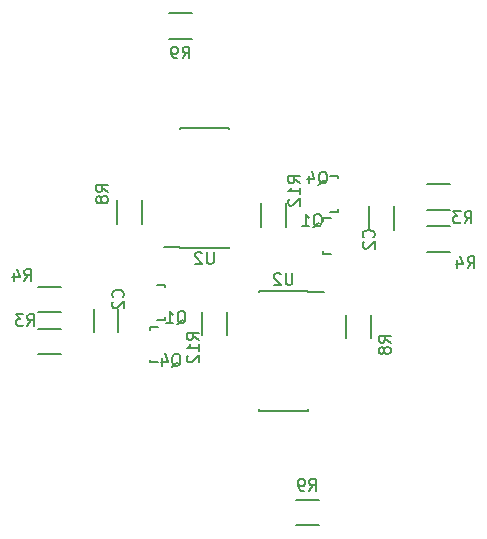
<source format=gbo>
G04 #@! TF.FileFunction,Legend,Bot*
%FSLAX46Y46*%
G04 Gerber Fmt 4.6, Leading zero omitted, Abs format (unit mm)*
G04 Created by KiCad (PCBNEW 0.201603210401+6634~43~ubuntu14.04.1-product) date mån 28 mar 2016 17:18:37*
%MOMM*%
G01*
G04 APERTURE LIST*
%ADD10C,0.050000*%
%ADD11C,0.150000*%
G04 APERTURE END LIST*
D10*
D11*
X130408500Y-126814500D02*
X130408500Y-126919500D01*
X126258500Y-126814500D02*
X126258500Y-126919500D01*
X126258500Y-136964500D02*
X126258500Y-136859500D01*
X130408500Y-136964500D02*
X130408500Y-136859500D01*
X130408500Y-126814500D02*
X126258500Y-126814500D01*
X130408500Y-136964500D02*
X126258500Y-136964500D01*
X130408500Y-126919500D02*
X131783500Y-126919500D01*
X129365500Y-146680500D02*
X131365500Y-146680500D01*
X131365500Y-144530500D02*
X129365500Y-144530500D01*
X135758500Y-130857500D02*
X135758500Y-128857500D01*
X133608500Y-128857500D02*
X133608500Y-130857500D01*
X123566500Y-130603500D02*
X123566500Y-128603500D01*
X121416500Y-128603500D02*
X121416500Y-130603500D01*
X109521500Y-126496500D02*
X107521500Y-126496500D01*
X107521500Y-128646500D02*
X109521500Y-128646500D01*
X117716300Y-129881680D02*
X117015260Y-129881680D01*
X117015260Y-129881680D02*
X117015260Y-130130600D01*
X117015260Y-132680660D02*
X117015260Y-132881320D01*
X117015260Y-132881320D02*
X117716300Y-132881320D01*
X117614700Y-129325320D02*
X118315740Y-129325320D01*
X118315740Y-129325320D02*
X118315740Y-129076400D01*
X118315740Y-126526340D02*
X118315740Y-126325680D01*
X118315740Y-126325680D02*
X117614700Y-126325680D01*
X112322500Y-130349500D02*
X112322500Y-128349500D01*
X114372500Y-128349500D02*
X114372500Y-130349500D01*
X109521500Y-130052500D02*
X107521500Y-130052500D01*
X107521500Y-132202500D02*
X109521500Y-132202500D01*
X137677000Y-119650000D02*
X137677000Y-121650000D01*
X135627000Y-121650000D02*
X135627000Y-119650000D01*
X132384800Y-120674180D02*
X131683760Y-120674180D01*
X131683760Y-120674180D02*
X131683760Y-120923100D01*
X131683760Y-123473160D02*
X131683760Y-123673820D01*
X131683760Y-123673820D02*
X132384800Y-123673820D01*
X132283200Y-120117820D02*
X132984240Y-120117820D01*
X132984240Y-120117820D02*
X132984240Y-119868900D01*
X132984240Y-117318840D02*
X132984240Y-117118180D01*
X132984240Y-117118180D02*
X132283200Y-117118180D01*
X140478000Y-119947000D02*
X142478000Y-119947000D01*
X142478000Y-117797000D02*
X140478000Y-117797000D01*
X140478000Y-123503000D02*
X142478000Y-123503000D01*
X142478000Y-121353000D02*
X140478000Y-121353000D01*
X114241000Y-119142000D02*
X114241000Y-121142000D01*
X116391000Y-121142000D02*
X116391000Y-119142000D01*
X120634000Y-103319000D02*
X118634000Y-103319000D01*
X118634000Y-105469000D02*
X120634000Y-105469000D01*
X126433000Y-119396000D02*
X126433000Y-121396000D01*
X128583000Y-121396000D02*
X128583000Y-119396000D01*
X119591000Y-123185000D02*
X119591000Y-123080000D01*
X123741000Y-123185000D02*
X123741000Y-123080000D01*
X123741000Y-113035000D02*
X123741000Y-113140000D01*
X119591000Y-113035000D02*
X119591000Y-113140000D01*
X119591000Y-123185000D02*
X123741000Y-123185000D01*
X119591000Y-113035000D02*
X123741000Y-113035000D01*
X119591000Y-123080000D02*
X118216000Y-123080000D01*
X129095405Y-125341881D02*
X129095405Y-126151405D01*
X129047786Y-126246643D01*
X129000167Y-126294262D01*
X128904929Y-126341881D01*
X128714452Y-126341881D01*
X128619214Y-126294262D01*
X128571595Y-126246643D01*
X128523976Y-126151405D01*
X128523976Y-125341881D01*
X128095405Y-125437119D02*
X128047786Y-125389500D01*
X127952548Y-125341881D01*
X127714452Y-125341881D01*
X127619214Y-125389500D01*
X127571595Y-125437119D01*
X127523976Y-125532357D01*
X127523976Y-125627595D01*
X127571595Y-125770452D01*
X128143024Y-126341881D01*
X127523976Y-126341881D01*
X130532166Y-143757881D02*
X130865500Y-143281690D01*
X131103595Y-143757881D02*
X131103595Y-142757881D01*
X130722642Y-142757881D01*
X130627404Y-142805500D01*
X130579785Y-142853119D01*
X130532166Y-142948357D01*
X130532166Y-143091214D01*
X130579785Y-143186452D01*
X130627404Y-143234071D01*
X130722642Y-143281690D01*
X131103595Y-143281690D01*
X130055976Y-143757881D02*
X129865500Y-143757881D01*
X129770261Y-143710262D01*
X129722642Y-143662643D01*
X129627404Y-143519786D01*
X129579785Y-143329310D01*
X129579785Y-142948357D01*
X129627404Y-142853119D01*
X129675023Y-142805500D01*
X129770261Y-142757881D01*
X129960738Y-142757881D01*
X130055976Y-142805500D01*
X130103595Y-142853119D01*
X130151214Y-142948357D01*
X130151214Y-143186452D01*
X130103595Y-143281690D01*
X130055976Y-143329310D01*
X129960738Y-143376929D01*
X129770261Y-143376929D01*
X129675023Y-143329310D01*
X129627404Y-143281690D01*
X129579785Y-143186452D01*
X137421881Y-131214834D02*
X136945690Y-130881500D01*
X137421881Y-130643405D02*
X136421881Y-130643405D01*
X136421881Y-131024358D01*
X136469500Y-131119596D01*
X136517119Y-131167215D01*
X136612357Y-131214834D01*
X136755214Y-131214834D01*
X136850452Y-131167215D01*
X136898071Y-131119596D01*
X136945690Y-131024358D01*
X136945690Y-130643405D01*
X136850452Y-131786262D02*
X136802833Y-131691024D01*
X136755214Y-131643405D01*
X136659976Y-131595786D01*
X136612357Y-131595786D01*
X136517119Y-131643405D01*
X136469500Y-131691024D01*
X136421881Y-131786262D01*
X136421881Y-131976739D01*
X136469500Y-132071977D01*
X136517119Y-132119596D01*
X136612357Y-132167215D01*
X136659976Y-132167215D01*
X136755214Y-132119596D01*
X136802833Y-132071977D01*
X136850452Y-131976739D01*
X136850452Y-131786262D01*
X136898071Y-131691024D01*
X136945690Y-131643405D01*
X137040929Y-131595786D01*
X137231405Y-131595786D01*
X137326643Y-131643405D01*
X137374262Y-131691024D01*
X137421881Y-131786262D01*
X137421881Y-131976739D01*
X137374262Y-132071977D01*
X137326643Y-132119596D01*
X137231405Y-132167215D01*
X137040929Y-132167215D01*
X136945690Y-132119596D01*
X136898071Y-132071977D01*
X136850452Y-131976739D01*
X121165881Y-130992643D02*
X120689690Y-130659309D01*
X121165881Y-130421214D02*
X120165881Y-130421214D01*
X120165881Y-130802167D01*
X120213500Y-130897405D01*
X120261119Y-130945024D01*
X120356357Y-130992643D01*
X120499214Y-130992643D01*
X120594452Y-130945024D01*
X120642071Y-130897405D01*
X120689690Y-130802167D01*
X120689690Y-130421214D01*
X121165881Y-131945024D02*
X121165881Y-131373595D01*
X121165881Y-131659309D02*
X120165881Y-131659309D01*
X120308738Y-131564071D01*
X120403976Y-131468833D01*
X120451595Y-131373595D01*
X120261119Y-132325976D02*
X120213500Y-132373595D01*
X120165881Y-132468833D01*
X120165881Y-132706929D01*
X120213500Y-132802167D01*
X120261119Y-132849786D01*
X120356357Y-132897405D01*
X120451595Y-132897405D01*
X120594452Y-132849786D01*
X121165881Y-132278357D01*
X121165881Y-132897405D01*
X106402166Y-125991881D02*
X106735500Y-125515690D01*
X106973595Y-125991881D02*
X106973595Y-124991881D01*
X106592642Y-124991881D01*
X106497404Y-125039500D01*
X106449785Y-125087119D01*
X106402166Y-125182357D01*
X106402166Y-125325214D01*
X106449785Y-125420452D01*
X106497404Y-125468071D01*
X106592642Y-125515690D01*
X106973595Y-125515690D01*
X105545023Y-125325214D02*
X105545023Y-125991881D01*
X105783119Y-124944262D02*
X106021214Y-125658548D01*
X105402166Y-125658548D01*
X118888498Y-133260079D02*
X118983736Y-133212460D01*
X119078974Y-133117222D01*
X119221831Y-132974365D01*
X119317070Y-132926746D01*
X119412308Y-132926746D01*
X119364689Y-133164841D02*
X119459927Y-133117222D01*
X119555165Y-133021984D01*
X119602784Y-132831508D01*
X119602784Y-132498174D01*
X119555165Y-132307698D01*
X119459927Y-132212460D01*
X119364689Y-132164841D01*
X119174212Y-132164841D01*
X119078974Y-132212460D01*
X118983736Y-132307698D01*
X118936117Y-132498174D01*
X118936117Y-132831508D01*
X118983736Y-133021984D01*
X119078974Y-133117222D01*
X119174212Y-133164841D01*
X119364689Y-133164841D01*
X118078974Y-132498174D02*
X118078974Y-133164841D01*
X118317070Y-132117222D02*
X118555165Y-132831508D01*
X117936117Y-132831508D01*
X119335538Y-129648199D02*
X119430776Y-129600580D01*
X119526014Y-129505342D01*
X119668871Y-129362485D01*
X119764110Y-129314866D01*
X119859348Y-129314866D01*
X119811729Y-129552961D02*
X119906967Y-129505342D01*
X120002205Y-129410104D01*
X120049824Y-129219628D01*
X120049824Y-128886294D01*
X120002205Y-128695818D01*
X119906967Y-128600580D01*
X119811729Y-128552961D01*
X119621252Y-128552961D01*
X119526014Y-128600580D01*
X119430776Y-128695818D01*
X119383157Y-128886294D01*
X119383157Y-129219628D01*
X119430776Y-129410104D01*
X119526014Y-129505342D01*
X119621252Y-129552961D01*
X119811729Y-129552961D01*
X118430776Y-129552961D02*
X119002205Y-129552961D01*
X118716491Y-129552961D02*
X118716491Y-128552961D01*
X118811729Y-128695818D01*
X118906967Y-128791056D01*
X119002205Y-128838675D01*
X114751123Y-127369274D02*
X114798742Y-127321655D01*
X114846361Y-127178798D01*
X114846361Y-127083560D01*
X114798742Y-126940702D01*
X114703504Y-126845464D01*
X114608266Y-126797845D01*
X114417790Y-126750226D01*
X114274932Y-126750226D01*
X114084456Y-126797845D01*
X113989218Y-126845464D01*
X113893980Y-126940702D01*
X113846361Y-127083560D01*
X113846361Y-127178798D01*
X113893980Y-127321655D01*
X113941599Y-127369274D01*
X113941599Y-127750226D02*
X113893980Y-127797845D01*
X113846361Y-127893083D01*
X113846361Y-128131179D01*
X113893980Y-128226417D01*
X113941599Y-128274036D01*
X114036837Y-128321655D01*
X114132075Y-128321655D01*
X114274932Y-128274036D01*
X114846361Y-127702607D01*
X114846361Y-128321655D01*
X106656166Y-129801881D02*
X106989500Y-129325690D01*
X107227595Y-129801881D02*
X107227595Y-128801881D01*
X106846642Y-128801881D01*
X106751404Y-128849500D01*
X106703785Y-128897119D01*
X106656166Y-128992357D01*
X106656166Y-129135214D01*
X106703785Y-129230452D01*
X106751404Y-129278071D01*
X106846642Y-129325690D01*
X107227595Y-129325690D01*
X106322833Y-128801881D02*
X105703785Y-128801881D01*
X106037119Y-129182833D01*
X105894261Y-129182833D01*
X105799023Y-129230452D01*
X105751404Y-129278071D01*
X105703785Y-129373310D01*
X105703785Y-129611405D01*
X105751404Y-129706643D01*
X105799023Y-129754262D01*
X105894261Y-129801881D01*
X106179976Y-129801881D01*
X106275214Y-129754262D01*
X106322833Y-129706643D01*
X135962663Y-122296894D02*
X136010282Y-122249275D01*
X136057901Y-122106418D01*
X136057901Y-122011180D01*
X136010282Y-121868322D01*
X135915044Y-121773084D01*
X135819806Y-121725465D01*
X135629330Y-121677846D01*
X135486472Y-121677846D01*
X135295996Y-121725465D01*
X135200758Y-121773084D01*
X135105520Y-121868322D01*
X135057901Y-122011180D01*
X135057901Y-122106418D01*
X135105520Y-122249275D01*
X135153139Y-122296894D01*
X135153139Y-122677846D02*
X135105520Y-122725465D01*
X135057901Y-122820703D01*
X135057901Y-123058799D01*
X135105520Y-123154037D01*
X135153139Y-123201656D01*
X135248377Y-123249275D01*
X135343615Y-123249275D01*
X135486472Y-123201656D01*
X136057901Y-122630227D01*
X136057901Y-123249275D01*
X130854438Y-121446539D02*
X130949676Y-121398920D01*
X131044914Y-121303682D01*
X131187771Y-121160825D01*
X131283010Y-121113206D01*
X131378248Y-121113206D01*
X131330629Y-121351301D02*
X131425867Y-121303682D01*
X131521105Y-121208444D01*
X131568724Y-121017968D01*
X131568724Y-120684634D01*
X131521105Y-120494158D01*
X131425867Y-120398920D01*
X131330629Y-120351301D01*
X131140152Y-120351301D01*
X131044914Y-120398920D01*
X130949676Y-120494158D01*
X130902057Y-120684634D01*
X130902057Y-121017968D01*
X130949676Y-121208444D01*
X131044914Y-121303682D01*
X131140152Y-121351301D01*
X131330629Y-121351301D01*
X129949676Y-121351301D02*
X130521105Y-121351301D01*
X130235391Y-121351301D02*
X130235391Y-120351301D01*
X130330629Y-120494158D01*
X130425867Y-120589396D01*
X130521105Y-120637015D01*
X131301478Y-117834659D02*
X131396716Y-117787040D01*
X131491954Y-117691802D01*
X131634811Y-117548945D01*
X131730050Y-117501326D01*
X131825288Y-117501326D01*
X131777669Y-117739421D02*
X131872907Y-117691802D01*
X131968145Y-117596564D01*
X132015764Y-117406088D01*
X132015764Y-117072754D01*
X131968145Y-116882278D01*
X131872907Y-116787040D01*
X131777669Y-116739421D01*
X131587192Y-116739421D01*
X131491954Y-116787040D01*
X131396716Y-116882278D01*
X131349097Y-117072754D01*
X131349097Y-117406088D01*
X131396716Y-117596564D01*
X131491954Y-117691802D01*
X131587192Y-117739421D01*
X131777669Y-117739421D01*
X130491954Y-117072754D02*
X130491954Y-117739421D01*
X130730050Y-116691802D02*
X130968145Y-117406088D01*
X130349097Y-117406088D01*
X143676666Y-121102381D02*
X144010000Y-120626190D01*
X144248095Y-121102381D02*
X144248095Y-120102381D01*
X143867142Y-120102381D01*
X143771904Y-120150000D01*
X143724285Y-120197619D01*
X143676666Y-120292857D01*
X143676666Y-120435714D01*
X143724285Y-120530952D01*
X143771904Y-120578571D01*
X143867142Y-120626190D01*
X144248095Y-120626190D01*
X143343333Y-120102381D02*
X142724285Y-120102381D01*
X143057619Y-120483333D01*
X142914761Y-120483333D01*
X142819523Y-120530952D01*
X142771904Y-120578571D01*
X142724285Y-120673810D01*
X142724285Y-120911905D01*
X142771904Y-121007143D01*
X142819523Y-121054762D01*
X142914761Y-121102381D01*
X143200476Y-121102381D01*
X143295714Y-121054762D01*
X143343333Y-121007143D01*
X143930666Y-124912381D02*
X144264000Y-124436190D01*
X144502095Y-124912381D02*
X144502095Y-123912381D01*
X144121142Y-123912381D01*
X144025904Y-123960000D01*
X143978285Y-124007619D01*
X143930666Y-124102857D01*
X143930666Y-124245714D01*
X143978285Y-124340952D01*
X144025904Y-124388571D01*
X144121142Y-124436190D01*
X144502095Y-124436190D01*
X143073523Y-124245714D02*
X143073523Y-124912381D01*
X143311619Y-123864762D02*
X143549714Y-124579048D01*
X142930666Y-124579048D01*
X113482381Y-118451334D02*
X113006190Y-118118000D01*
X113482381Y-117879905D02*
X112482381Y-117879905D01*
X112482381Y-118260858D01*
X112530000Y-118356096D01*
X112577619Y-118403715D01*
X112672857Y-118451334D01*
X112815714Y-118451334D01*
X112910952Y-118403715D01*
X112958571Y-118356096D01*
X113006190Y-118260858D01*
X113006190Y-117879905D01*
X112910952Y-119022762D02*
X112863333Y-118927524D01*
X112815714Y-118879905D01*
X112720476Y-118832286D01*
X112672857Y-118832286D01*
X112577619Y-118879905D01*
X112530000Y-118927524D01*
X112482381Y-119022762D01*
X112482381Y-119213239D01*
X112530000Y-119308477D01*
X112577619Y-119356096D01*
X112672857Y-119403715D01*
X112720476Y-119403715D01*
X112815714Y-119356096D01*
X112863333Y-119308477D01*
X112910952Y-119213239D01*
X112910952Y-119022762D01*
X112958571Y-118927524D01*
X113006190Y-118879905D01*
X113101429Y-118832286D01*
X113291905Y-118832286D01*
X113387143Y-118879905D01*
X113434762Y-118927524D01*
X113482381Y-119022762D01*
X113482381Y-119213239D01*
X113434762Y-119308477D01*
X113387143Y-119356096D01*
X113291905Y-119403715D01*
X113101429Y-119403715D01*
X113006190Y-119356096D01*
X112958571Y-119308477D01*
X112910952Y-119213239D01*
X119800666Y-107146381D02*
X120134000Y-106670190D01*
X120372095Y-107146381D02*
X120372095Y-106146381D01*
X119991142Y-106146381D01*
X119895904Y-106194000D01*
X119848285Y-106241619D01*
X119800666Y-106336857D01*
X119800666Y-106479714D01*
X119848285Y-106574952D01*
X119895904Y-106622571D01*
X119991142Y-106670190D01*
X120372095Y-106670190D01*
X119324476Y-107146381D02*
X119134000Y-107146381D01*
X119038761Y-107098762D01*
X118991142Y-107051143D01*
X118895904Y-106908286D01*
X118848285Y-106717810D01*
X118848285Y-106336857D01*
X118895904Y-106241619D01*
X118943523Y-106194000D01*
X119038761Y-106146381D01*
X119229238Y-106146381D01*
X119324476Y-106194000D01*
X119372095Y-106241619D01*
X119419714Y-106336857D01*
X119419714Y-106574952D01*
X119372095Y-106670190D01*
X119324476Y-106717810D01*
X119229238Y-106765429D01*
X119038761Y-106765429D01*
X118943523Y-106717810D01*
X118895904Y-106670190D01*
X118848285Y-106574952D01*
X129738381Y-117721143D02*
X129262190Y-117387809D01*
X129738381Y-117149714D02*
X128738381Y-117149714D01*
X128738381Y-117530667D01*
X128786000Y-117625905D01*
X128833619Y-117673524D01*
X128928857Y-117721143D01*
X129071714Y-117721143D01*
X129166952Y-117673524D01*
X129214571Y-117625905D01*
X129262190Y-117530667D01*
X129262190Y-117149714D01*
X129738381Y-118673524D02*
X129738381Y-118102095D01*
X129738381Y-118387809D02*
X128738381Y-118387809D01*
X128881238Y-118292571D01*
X128976476Y-118197333D01*
X129024095Y-118102095D01*
X128833619Y-119054476D02*
X128786000Y-119102095D01*
X128738381Y-119197333D01*
X128738381Y-119435429D01*
X128786000Y-119530667D01*
X128833619Y-119578286D01*
X128928857Y-119625905D01*
X129024095Y-119625905D01*
X129166952Y-119578286D01*
X129738381Y-119006857D01*
X129738381Y-119625905D01*
X122427905Y-123562381D02*
X122427905Y-124371905D01*
X122380286Y-124467143D01*
X122332667Y-124514762D01*
X122237429Y-124562381D01*
X122046952Y-124562381D01*
X121951714Y-124514762D01*
X121904095Y-124467143D01*
X121856476Y-124371905D01*
X121856476Y-123562381D01*
X121427905Y-123657619D02*
X121380286Y-123610000D01*
X121285048Y-123562381D01*
X121046952Y-123562381D01*
X120951714Y-123610000D01*
X120904095Y-123657619D01*
X120856476Y-123752857D01*
X120856476Y-123848095D01*
X120904095Y-123990952D01*
X121475524Y-124562381D01*
X120856476Y-124562381D01*
M02*

</source>
